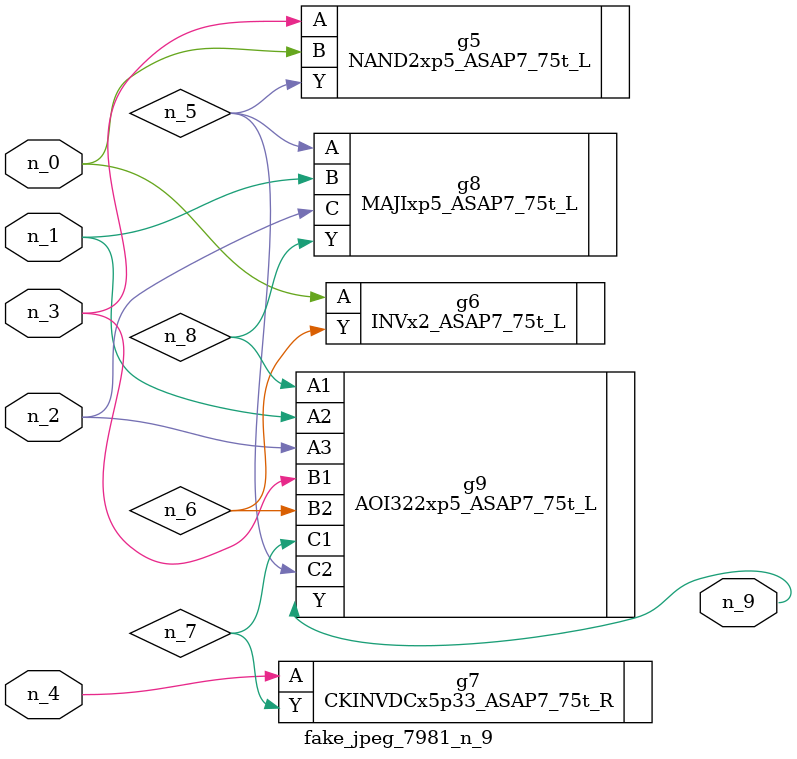
<source format=v>
module fake_jpeg_7981_n_9 (n_3, n_2, n_1, n_0, n_4, n_9);

input n_3;
input n_2;
input n_1;
input n_0;
input n_4;

output n_9;

wire n_8;
wire n_6;
wire n_5;
wire n_7;

NAND2xp5_ASAP7_75t_L g5 ( 
.A(n_3),
.B(n_0),
.Y(n_5)
);

INVx2_ASAP7_75t_L g6 ( 
.A(n_0),
.Y(n_6)
);

CKINVDCx5p33_ASAP7_75t_R g7 ( 
.A(n_4),
.Y(n_7)
);

MAJIxp5_ASAP7_75t_L g8 ( 
.A(n_5),
.B(n_1),
.C(n_2),
.Y(n_8)
);

AOI322xp5_ASAP7_75t_L g9 ( 
.A1(n_8),
.A2(n_1),
.A3(n_2),
.B1(n_3),
.B2(n_6),
.C1(n_7),
.C2(n_5),
.Y(n_9)
);


endmodule
</source>
